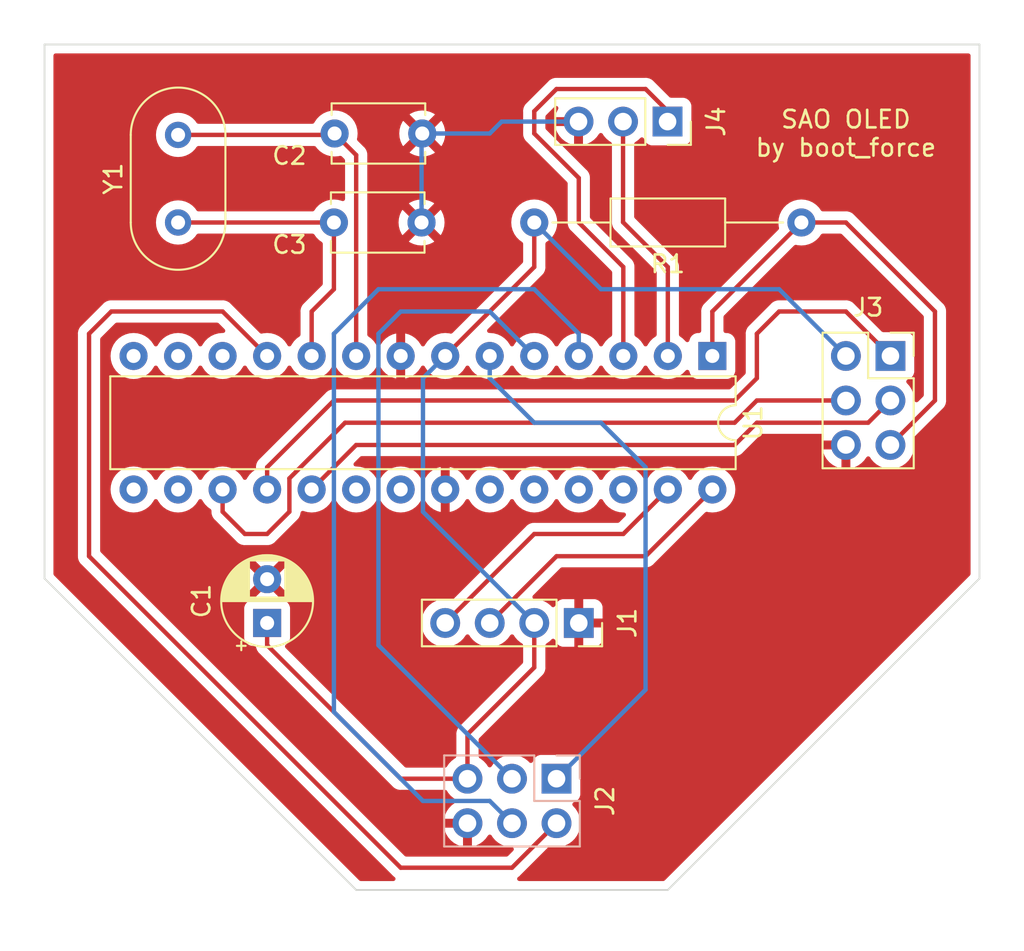
<source format=kicad_pcb>
(kicad_pcb (version 20211014) (generator pcbnew)
  (title_block (title "SAO OLED BADGE") (rev "v01") (comment 4 "Author: boot_force") (comment 9 "Author: boot_force"))
  (layers (0 "F.Cu" signal) (31 "B.Cu" signal) (34 "B.Paste" user) (35 "F.Paste" user) (36 "B.SilkS" user "B.Silkscreen") (37 "F.SilkS" user "F.Silkscreen") (38 "B.Mask" user) (39 "F.Mask" user) (44 "Edge.Cuts" user))
  (net 0 "")
  (net 1 "ISP_VCC")
  (net 2 "GND")
  (net 3 "Net-(C2-Pad1)")
  (net 4 "Net-(C3-Pad1)")
  (net 5 "CPU_SCL")
  (net 6 "CPU_SDA")
  (net 7 "CPU_D4")
  (net 8 "CPU_INT1_D3")
  (net 9 "CPU_INT0_D2")
  (net 10 "CPU_D5")
  (net 11 "CPU_MISO")
  (net 12 "CPU_SCK")
  (net 13 "CPU_MOSI")
  (net 14 "ISP_RESET")
  (net 15 "CPU_TX")
  (net 16 "CPU_RX")
  (footprint "Capacitor_THT:C_Disc_D5.1mm_W3.2mm_P5.00mm" (layer "F.Cu") (at 133.39 86.36)
    (fp_text reference "C2" (at -2.58 1.27) (layer "F.SilkS"))
    (fp_text value "22p")
    (fp_line (start -0.17 -1.721) (end -0.17 -1.055) (layer "F.SilkS") (width 0.12))
    (fp_line (start 5.17 -1.721) (end 5.17 -1.055) (layer "F.SilkS") (width 0.12))
    (fp_line (start 5.17 1.055) (end 5.17 1.721) (layer "F.SilkS") (width 0.12))
    (fp_line (start -0.17 -1.721) (end 5.17 -1.721) (layer "F.SilkS") (width 0.12))
    (fp_line (start -0.17 1.055) (end -0.17 1.721) (layer "F.SilkS") (width 0.12))
    (fp_line (start -0.17 1.721) (end 5.17 1.721) (layer "F.SilkS") (width 0.12))
    (pad "1" thru_hole circle (at 0 0) (size 1.6 1.6) (drill 0.8) (layers *.Cu *.Mask) (net 3 "Net-(C2-Pad1)"))
    (pad "2" thru_hole circle (at 5 0) (size 1.6 1.6) (drill 0.8) (layers *.Cu *.Mask) (net 2 "GND"))
  )
  (footprint "Crystal:Resonator-2Pin_W10.0mm_H5.0mm" (layer "F.Cu") (at 124.46 91.44 90)
    (fp_text reference "Y1" (at 2.5 -3.7 90) (layer "F.SilkS"))
    (fp_text value "16M")
    (fp_line (start 0 -2.7) (end 5 -2.7) (layer "F.SilkS") (width 0.12))
    (fp_line (start 0 2.7) (end 5 2.7) (layer "F.SilkS") (width 0.12))
    (fp_arc (start 5 -2.7) (mid 7.7 0) (end 5 2.7) (layer "F.SilkS") (width 0.12))
    (fp_arc (start 0 2.7) (mid -2.7 0) (end 0 -2.7) (layer "F.SilkS") (width 0.12))
    (pad "1" thru_hole circle (at 0 0 90) (size 1.5 1.5) (drill 0.8) (layers *.Cu *.Mask) (net 4 "Net-(C3-Pad1)"))
    (pad "2" thru_hole circle (at 5 0 90) (size 1.5 1.5) (drill 0.8) (layers *.Cu *.Mask) (net 3 "Net-(C2-Pad1)"))
  )
  (footprint "Connector_PinSocket_2.54mm:PinSocket_1x04_P2.54mm_Vertical" (layer "F.Cu") (at 147.32 114.3 -90)
    (fp_text reference "J1" (at 0 -2.77 90) (layer "F.SilkS"))
    (fp_text value "Conn_01x04_Female")
    (fp_line (start -1.33 1.27) (end 1.33 1.27) (layer "F.SilkS") (width 0.12))
    (fp_line (start 1.33 -1.33) (end 1.33 0) (layer "F.SilkS") (width 0.12))
    (fp_line (start -1.33 1.27) (end -1.33 8.95) (layer "F.SilkS") (width 0.12))
    (fp_line (start -1.33 8.95) (end 1.33 8.95) (layer "F.SilkS") (width 0.12))
    (fp_line (start 0 -1.33) (end 1.33 -1.33) (layer "F.SilkS") (width 0.12))
    (fp_line (start 1.33 1.27) (end 1.33 8.95) (layer "F.SilkS") (width 0.12))
    (pad "1" thru_hole rect (at 0 0 270) (size 1.7 1.7) (drill 1) (layers *.Cu *.Mask) (net 2 "GND"))
    (pad "2" thru_hole oval (at 0 2.54 270) (size 1.7 1.7) (drill 1) (layers *.Cu *.Mask) (net 1 "ISP_VCC"))
    (pad "3" thru_hole oval (at 0 5.08 270) (size 1.7 1.7) (drill 1) (layers *.Cu *.Mask) (net 5 "CPU_SCL"))
    (pad "4" thru_hole oval (at 0 7.62 270) (size 1.7 1.7) (drill 1) (layers *.Cu *.Mask) (net 6 "CPU_SDA"))
  )
  (footprint "Connector_PinSocket_2.54mm:PinSocket_1x03_P2.54mm_Vertical" (layer "F.Cu") (at 152.385 85.68 -90)
    (fp_text reference "J4" (at 0 -2.77 -90) (layer "F.SilkS"))
    (fp_text value "Conn_01x03_Male")
    (fp_line (start -1.33 1.27) (end 1.33 1.27) (layer "F.SilkS") (width 0.12))
    (fp_line (start 1.33 -1.33) (end 1.33 0) (layer "F.SilkS") (width 0.12))
    (fp_line (start 1.33 1.27) (end 1.33 6.41) (layer "F.SilkS") (width 0.12))
    (fp_line (start -1.33 6.41) (end 1.33 6.41) (layer "F.SilkS") (width 0.12))
    (fp_line (start 0 -1.33) (end 1.33 -1.33) (layer "F.SilkS") (width 0.12))
    (fp_line (start -1.33 1.27) (end -1.33 6.41) (layer "F.SilkS") (width 0.12))
    (pad "1" thru_hole rect (at 0 0 270) (size 1.7 1.7) (drill 1) (layers *.Cu *.Mask) (net 15 "CPU_TX"))
    (pad "2" thru_hole oval (at 0 2.54 270) (size 1.7 1.7) (drill 1) (layers *.Cu *.Mask) (net 16 "CPU_RX"))
    (pad "3" thru_hole oval (at 0 5.08 270) (size 1.7 1.7) (drill 1) (layers *.Cu *.Mask) (net 2 "GND"))
  )
  (footprint "Package_DIP:DIP-28_W7.62mm" (layer "F.Cu") (at 154.94 99.06 -90)
    (fp_text reference "U1" (at 3.81 -2.33 90) (layer "F.SilkS"))
    (fp_text value "ATmega328P-P")
    (fp_line (start 1.16 34.35) (end 6.46 34.35) (layer "F.SilkS") (width 0.12))
    (fp_line (start 2.81 -1.33) (end 1.16 -1.33) (layer "F.SilkS") (width 0.12))
    (fp_line (start 6.46 34.35) (end 6.46 -1.33) (layer "F.SilkS") (width 0.12))
    (fp_line (start 1.16 -1.33) (end 1.16 34.35) (layer "F.SilkS") (width 0.12))
    (fp_line (start 6.46 -1.33) (end 4.81 -1.33) (layer "F.SilkS") (width 0.12))
    (fp_arc (start 4.81 -1.33) (mid 3.81 -0.33) (end 2.81 -1.33) (layer "F.SilkS") (width 0.12))
    (pad "1" thru_hole rect (at 0 0 270) (size 1.6 1.6) (drill 0.8) (layers *.Cu *.Mask) (net 14 "ISP_RESET"))
    (pad "2" thru_hole oval (at 0 2.54 270) (size 1.6 1.6) (drill 0.8) (layers *.Cu *.Mask) (net 16 "CPU_RX"))
    (pad "3" thru_hole oval (at 0 5.08 270) (size 1.6 1.6) (drill 0.8) (layers *.Cu *.Mask) (net 15 "CPU_TX"))
    (pad "4" thru_hole oval (at 0 7.62 270) (size 1.6 1.6) (drill 0.8) (layers *.Cu *.Mask) (net 9 "CPU_INT0_D2"))
    (pad "5" thru_hole oval (at 0 10.16 270) (size 1.6 1.6) (drill 0.8) (layers *.Cu *.Mask) (net 8 "CPU_INT1_D3"))
    (pad "6" thru_hole oval (at 0 12.7 270) (size 1.6 1.6) (drill 0.8) (layers *.Cu *.Mask) (net 7 "CPU_D4"))
    (pad "7" thru_hole oval (at 0 15.24 270) (size 1.6 1.6) (drill 0.8) (layers *.Cu *.Mask) (net 1 "ISP_VCC"))
    (pad "8" thru_hole oval (at 0 17.78 270) (size 1.6 1.6) (drill 0.8) (layers *.Cu *.Mask) (net 2 "GND"))
    (pad "9" thru_hole oval (at 0 20.32 270) (size 1.6 1.6) (drill 0.8) (layers *.Cu *.Mask) (net 3 "Net-(C2-Pad1)"))
    (pad "10" thru_hole oval (at 0 22.86 270) (size 1.6 1.6) (drill 0.8) (layers *.Cu *.Mask) (net 4 "Net-(C3-Pad1)"))
    (pad "11" thru_hole oval (at 0 25.4 270) (size 1.6 1.6) (drill 0.8) (layers *.Cu *.Mask) (net 10 "CPU_D5"))
    (pad "12" thru_hole oval (at 0 27.94 270) (size 1.6 1.6) (drill 0.8) (layers *.Cu *.Mask))
    (pad "13" thru_hole oval (at 0 30.48 270) (size 1.6 1.6) (drill 0.8) (layers *.Cu *.Mask))
    (pad "14" thru_hole oval (at 0 33.02 270) (size 1.6 1.6) (drill 0.8) (layers *.Cu *.Mask))
    (pad "15" thru_hole oval (at 7.62 33.02 270) (size 1.6 1.6) (drill 0.8) (layers *.Cu *.Mask))
    (pad "16" thru_hole oval (at 7.62 30.48 270) (size 1.6 1.6) (drill 0.8) (layers *.Cu *.Mask))
    (pad "17" thru_hole oval (at 7.62 27.94 270) (size 1.6 1.6) (drill 0.8) (layers *.Cu *.Mask) (net 13 "CPU_MOSI"))
    (pad "18" thru_hole oval (at 7.62 25.4 270) (size 1.6 1.6) (drill 0.8) (layers *.Cu *.Mask) (net 11 "CPU_MISO"))
    (pad "19" thru_hole oval (at 7.62 22.86 270) (size 1.6 1.6) (drill 0.8) (layers *.Cu *.Mask) (net 12 "CPU_SCK"))
    (pad "20" thru_hole oval (at 7.62 20.32 270) (size 1.6 1.6) (drill 0.8) (layers *.Cu *.Mask))
    (pad "21" thru_hole oval (at 7.62 17.78 270) (size 1.6 1.6) (drill 0.8) (layers *.Cu *.Mask))
    (pad "22" thru_hole oval (at 7.62 15.24 270) (size 1.6 1.6) (drill 0.8) (layers *.Cu *.Mask) (net 2 "GND"))
    (pad "23" thru_hole oval (at 7.62 12.7 270) (size 1.6 1.6) (drill 0.8) (layers *.Cu *.Mask))
    (pad "24" thru_hole oval (at 7.62 10.16 270) (size 1.6 1.6) (drill 0.8) (layers *.Cu *.Mask))
    (pad "25" thru_hole oval (at 7.62 7.62 270) (size 1.6 1.6) (drill 0.8) (layers *.Cu *.Mask))
    (pad "26" thru_hole oval (at 7.62 5.08 270) (size 1.6 1.6) (drill 0.8) (layers *.Cu *.Mask))
    (pad "27" thru_hole oval (at 7.62 2.54 270) (size 1.6 1.6) (drill 0.8) (layers *.Cu *.Mask) (net 6 "CPU_SDA"))
    (pad "28" thru_hole oval (at 7.62 0 270) (size 1.6 1.6) (drill 0.8) (layers *.Cu *.Mask) (net 5 "CPU_SCL"))
  )
  (footprint "Capacitor_THT:CP_Radial_D5.0mm_P2.50mm" (layer "F.Cu") (at 129.54 114.3 90)
    (fp_text reference "C1" (at 1.25 -3.75 90) (layer "F.SilkS"))
    (fp_text value "10u")
    (fp_line (start 2.211 1.04) (end 2.211 2.398) (layer "F.SilkS") (width 0.12))
    (fp_line (start 1.45 -2.573) (end 1.45 2.573) (layer "F.SilkS") (width 0.12))
    (fp_line (start 2.011 -2.468) (end 2.011 -1.04) (layer "F.SilkS") (width 0.12))
    (fp_line (start 3.731 -0.805) (end 3.731 0.805) (layer "F.SilkS") (width 0.12))
    (fp_line (start 3.091 1.04) (end 3.091 1.826) (layer "F.SilkS") (width 0.12))
    (fp_line (start 1.69 -2.543) (end 1.69 -1.04) (layer "F.SilkS") (width 0.12))
    (fp_line (start 2.771 -2.095) (end 2.771 -1.04) (layer "F.SilkS") (width 0.12))
    (fp_line (start 2.651 1.04) (end 2.651 2.175) (layer "F.SilkS") (width 0.12))
    (fp_line (start 3.651 -1.011) (end 3.651 1.011) (layer "F.SilkS") (width 0.12))
    (fp_line (start 2.691 1.04) (end 2.691 2.149) (layer "F.SilkS") (width 0.12))
    (fp_line (start 3.411 -1.443) (end 3.411 -1.04) (layer "F.SilkS") (width 0.12))
    (fp_line (start 1.971 1.04) (end 1.971 2.48) (layer "F.SilkS") (width 0.12))
    (fp_line (start 2.451 1.04) (end 2.451 2.29) (layer "F.SilkS") (width 0.12))
    (fp_line (start 2.651 -2.175) (end 2.651 -1.04) (layer "F.SilkS") (width 0.12))
    (fp_line (start 3.171 -1.743) (end 3.171 -1.04) (layer "F.SilkS") (width 0.12))
    (fp_line (start 1.73 1.04) (end 1.73 2.536) (layer "F.SilkS") (width 0.12))
    (fp_line (start 2.531 1.04) (end 2.531 2.247) (layer "F.SilkS") (width 0.12))
    (fp_line (start 1.89 1.04) (end 1.89 2.501) (layer "F.SilkS") (width 0.12))
    (fp_line (start 3.291 -1.605) (end 3.291 -1.04) (layer "F.SilkS") (width 0.12))
    (fp_line (start 3.331 1.04) (end 3.331 1.554) (layer "F.SilkS") (width 0.12))
    (fp_line (start 2.051 -2.455) (end 2.051 -1.04) (layer "F.SilkS") (width 0.12))
    (fp_line (start 3.251 -1.653) (end 3.251 -1.04) (layer "F.SilkS") (width 0.12))
    (fp_line (start 1.65 1.04) (end 1.65 2.55) (layer "F.SilkS") (width 0.12))
    (fp_line (start 2.291 -2.365) (end 2.291 -1.04) (layer "F.SilkS") (width 0.12))
    (fp_line (start 2.251 1.04) (end 2.251 2.382) (layer "F.SilkS") (width 0.12))
    (fp_line (start 3.491 -1.319) (end 3.491 -1.04) (layer "F.SilkS") (width 0.12))
    (fp_line (start 2.491 -2.268) (end 2.491 -1.04) (layer "F.SilkS") (width 0.12))
    (fp_line (start 2.731 -2.122) (end 2.731 -1.04) (layer "F.SilkS") (width 0.12))
    (fp_line (start 2.571 1.04) (end 2.571 2.224) (layer "F.SilkS") (width 0.12))
    (fp_line (start 2.291 1.04) (end 2.291 2.365) (layer "F.SilkS") (width 0.12))
    (fp_line (start 2.451 -2.29) (end 2.451 -1.04) (layer "F.SilkS") (width 0.12))
    (fp_line (start 1.65 -2.55) (end 1.65 -1.04) (layer "F.SilkS") (width 0.12))
    (fp_line (start 2.131 -2.428) (end 2.131 -1.04) (layer "F.SilkS") (width 0.12))
    (fp_line (start 1.37 -2.578) (end 1.37 2.578) (layer "F.SilkS") (width 0.12))
    (fp_line (start 3.531 1.04) (end 3.531 1.251) (layer "F.SilkS") (width 0.12))
    (fp_line (start 2.051 1.04) (end 2.051 2.455) (layer "F.SilkS") (width 0.12))
    (fp_line (start 1.81 1.04) (end 1.81 2.52) (layer "F.SilkS") (width 0.12))
    (fp_line (start 2.491 1.04) (end 2.491 2.268) (layer "F.SilkS") (width 0.12))
    (fp_line (start 2.211 -2.398) (end 2.211 -1.04) (layer "F.SilkS") (width 0.12))
    (fp_line (start 2.931 1.04) (end 2.931 1.971) (layer "F.SilkS") (width 0.12))
    (fp_line (start 1.49 1.04) (end 1.49 2.569) (layer "F.SilkS") (width 0.12))
    (fp_line (start 3.411 1.04) (end 3.411 1.443) (layer "F.SilkS") (width 0.12))
    (fp_line (start 3.051 1.04) (end 3.051 1.864) (layer "F.SilkS") (width 0.12))
    (fp_line (start 3.251 1.04) (end 3.251 1.653) (layer "F.SilkS") (width 0.12))
    (fp_line (start -1.304775 -1.725) (end -1.304775 -1.225) (layer "F.SilkS") (width 0.12))
    (fp_line (start 3.211 1.04) (end 3.211 1.699) (layer "F.SilkS") (width 0.12))
    (fp_line (start 1.69 1.04) (end 1.69 2.543) (layer "F.SilkS") (width 0.12))
    (fp_line (start 1.49 -2.569) (end 1.49 -1.04) (layer "F.SilkS") (width 0.12))
    (fp_line (start 3.691 -0.915) (end 3.691 0.915) (layer "F.SilkS") (width 0.12))
    (fp_line (start 1.61 -2.556) (end 1.61 -1.04) (layer "F.SilkS") (width 0.12))
    (fp_line (start 3.811 -0.518) (end 3.811 0.518) (layer "F.SilkS") (width 0.12))
    (fp_line (start 3.131 1.04) (end 3.131 1.785) (layer "F.SilkS") (width 0.12))
    (fp_line (start 1.971 -2.48) (end 1.971 -1.04) (layer "F.SilkS") (width 0.12))
    (fp_line (start 3.371 -1.5) (end 3.371 -1.04) (layer "F.SilkS") (width 0.12))
    (fp_line (start 1.41 -2.576) (end 1.41 2.576) (layer "F.SilkS") (width 0.12))
    (fp_line (start 3.211 -1.699) (end 3.211 -1.04) (layer "F.SilkS") (width 0.12))
    (fp_line (start 3.611 -1.098) (end 3.611 1.098) (layer "F.SilkS") (width 0.12))
    (fp_line (start 2.531 -2.247) (end 2.531 -1.04) (layer "F.SilkS") (width 0.12))
    (fp_line (start 3.331 -1.554) (end 3.331 -1.04) (layer "F.SilkS") (width 0.12))
    (fp_line (start 3.371 1.04) (end 3.371 1.5) (layer "F.SilkS") (width 0.12))
    (fp_line (start 1.57 1.04) (end 1.57 2.561) (layer "F.SilkS") (width 0.12))
    (fp_line (start 2.811 1.04) (end 2.811 2.065) (layer "F.SilkS") (width 0.12))
    (fp_line (start 1.61 1.04) (end 1.61 2.556) (layer "F.SilkS") (width 0.12))
    (fp_line (start 2.331 -2.348) (end 2.331 -1.04) (layer "F.SilkS") (width 0.12))
    (fp_line (start 3.451 -1.383) (end 3.451 -1.04) (layer "F.SilkS") (width 0.12))
    (fp_line (start 3.451 1.04) (end 3.451 1.383) (layer "F.SilkS") (width 0.12))
    (fp_line (start 2.811 -2.065) (end 2.811 -1.04) (layer "F.SilkS") (width 0.12))
    (fp_line (start 3.051 -1.864) (end 3.051 -1.04) (layer "F.SilkS") (width 0.12))
    (fp_line (start 3.771 -0.677) (end 3.771 0.677) (layer "F.SilkS") (width 0.12))
    (fp_line (start 1.53 1.04) (end 1.53 2.565) (layer "F.SilkS") (width 0.12))
    (fp_line (start 2.411 -2.31) (end 2.411 -1.04) (layer "F.SilkS") (width 0.12))
    (fp_line (start 2.251 -2.382) (end 2.251 -1.04) (layer "F.SilkS") (width 0.12))
    (fp_line (start 1.89 -2.501) (end 1.89 -1.04) (layer "F.SilkS") (width 0.12))
    (fp_line (start 2.411 1.04) (end 2.411 2.31) (layer "F.SilkS") (width 0.12))
    (fp_line (start 3.851 -0.284) (end 3.851 0.284) (layer "F.SilkS") (width 0.12))
    (fp_line (start -1.554775 -1.475) (end -1.054775 -1.475) (layer "F.SilkS") (width 0.12))
    (fp_line (start 2.091 1.04) (end 2.091 2.442) (layer "F.SilkS") (width 0.12))
    (fp_line (start 2.611 1.04) (end 2.611 2.2) (layer "F.SilkS") (width 0.12))
    (fp_line (start 2.931 -1.971) (end 2.931 -1.04) (layer "F.SilkS") (width 0.12))
    (fp_line (start 1.29 -2.58) (end 1.29 2.58) (layer "F.SilkS") (width 0.12))
    (fp_line (start 1.25 -2.58) (end 1.25 2.58) (layer "F.SilkS") (width 0.12))
    (fp_line (start 2.611 -2.2) (end 2.611 -1.04) (layer "F.SilkS") (width 0.12))
    (fp_line (start 2.171 1.04) (end 2.171 2.414) (layer "F.SilkS") (width 0.12))
    (fp_line (start 1.33 -2.579) (end 1.33 2.579) (layer "F.SilkS") (width 0.12))
    (fp_line (start 2.171 -2.414) (end 2.171 -1.04) (layer "F.SilkS") (width 0.12))
    (fp_line (start 2.971 1.04) (end 2.971 1.937) (layer "F.SilkS") (width 0.12))
    (fp_line (start 2.971 -1.937) (end 2.971 -1.04) (layer "F.SilkS") (width 0.12))
    (fp_line (start 3.571 -1.178) (end 3.571 1.178) (layer "F.SilkS") (width 0.12))
    (fp_line (start 1.57 -2.561) (end 1.57 -1.04) (layer "F.SilkS") (width 0.12))
    (fp_line (start 1.85 -2.511) (end 1.85 -1.04) (layer "F.SilkS") (width 0.12))
    (fp_line (start 3.291 1.04) (end 3.291 1.605) (layer "F.SilkS") (width 0.12))
    (fp_line (start 2.891 1.04) (end 2.891 2.004) (layer "F.SilkS") (width 0.12))
    (fp_line (start 1.93 -2.491) (end 1.93 -1.04) (layer "F.SilkS") (width 0.12))
    (fp_line (start 2.131 1.04) (end 2.131 2.428) (layer "F.SilkS") (width 0.12))
    (fp_line (start 2.331 1.04) (end 2.331 2.348) (layer "F.SilkS") (width 0.12))
    (fp_line (start 2.851 1.04) (end 2.851 2.035) (layer "F.SilkS") (width 0.12))
    (fp_line (start 3.531 -1.251) (end 3.531 -1.04) (layer "F.SilkS") (width 0.12))
    (fp_line (start 2.571 -2.224) (end 2.571 -1.04) (layer "F.SilkS") (width 0.12))
    (fp_line (start 3.131 -1.785) (end 3.131 -1.04) (layer "F.SilkS") (width 0.12))
    (fp_line (start 2.691 -2.149) (end 2.691 -1.04) (layer "F.SilkS") (width 0.12))
    (fp_line (start 2.891 -2.004) (end 2.891 -1.04) (layer "F.SilkS") (width 0.12))
    (fp_line (start 3.091 -1.826) (end 3.091 -1.04) (layer "F.SilkS") (width 0.12))
    (fp_line (start 2.851 -2.035) (end 2.851 -1.04) (layer "F.SilkS") (width 0.12))
    (fp_line (start 1.73 -2.536) (end 1.73 -1.04) (layer "F.SilkS") (width 0.12))
    (fp_line (start 1.93 1.04) (end 1.93 2.491) (layer "F.SilkS") (width 0.12))
    (fp_line (start 2.011 1.04) (end 2.011 2.468) (layer "F.SilkS") (width 0.12))
    (fp_line (start 2.091 -2.442) (end 2.091 -1.04) (layer "F.SilkS") (width 0.12))
    (fp_line (start 3.011 1.04) (end 3.011 1.901) (layer "F.SilkS") (width 0.12))
    (fp_line (start 3.491 1.04) (end 3.491 1.319) (layer "F.SilkS") (width 0.12))
    (fp_line (start 2.371 1.04) (end 2.371 2.329) (layer "F.SilkS") (width 0.12))
    (fp_line (start 2.731 1.04) (end 2.731 2.122) (layer "F.SilkS") (width 0.12))
    (fp_line (start 1.77 1.04) (end 1.77 2.528) (layer "F.SilkS") (width 0.12))
    (fp_line (start 2.371 -2.329) (end 2.371 -1.04) (layer "F.SilkS") (width 0.12))
    (fp_line (start 3.011 -1.901) (end 3.011 -1.04) (layer "F.SilkS") (width 0.12))
    (fp_line (start 1.81 -2.52) (end 1.81 -1.04) (layer "F.SilkS") (width 0.12))
    (fp_line (start 2.771 1.04) (end 2.771 2.095) (layer "F.SilkS") (width 0.12))
    (fp_line (start 1.77 -2.528) (end 1.77 -1.04) (layer "F.SilkS") (width 0.12))
    (fp_line (start 1.85 1.04) (end 1.85 2.511) (layer "F.SilkS") (width 0.12))
    (fp_line (start 1.53 -2.565) (end 1.53 -1.04) (layer "F.SilkS") (width 0.12))
    (fp_line (start 3.171 1.04) (end 3.171 1.743) (layer "F.SilkS") (width 0.12))
    (fp_circle (center 1.25 0) (end 3.87 0) (layer "F.SilkS") (width 0.12) (fill none))
    (pad "1" thru_hole rect (at 0 0 90) (size 1.6 1.6) (drill 0.8) (layers *.Cu *.Mask) (net 1 "ISP_VCC"))
    (pad "2" thru_hole circle (at 2.5 0 90) (size 1.6 1.6) (drill 0.8) (layers *.Cu *.Mask) (net 2 "GND"))
  )
  (footprint "Capacitor_THT:C_Disc_D5.1mm_W3.2mm_P5.00mm" (layer "F.Cu") (at 133.35 91.44)
    (fp_text reference "C3" (at -2.54 1.27) (layer "F.SilkS"))
    (fp_text value "22p")
    (fp_line (start -0.17 -1.721) (end -0.17 -1.055) (layer "F.SilkS") (width 0.12))
    (fp_line (start 5.17 1.055) (end 5.17 1.721) (layer "F.SilkS") (width 0.12))
    (fp_line (start -0.17 1.721) (end 5.17 1.721) (layer "F.SilkS") (width 0.12))
    (fp_line (start -0.17 -1.721) (end 5.17 -1.721) (layer "F.SilkS") (width 0.12))
    (fp_line (start -0.17 1.055) (end -0.17 1.721) (layer "F.SilkS") (width 0.12))
    (fp_line (start 5.17 -1.721) (end 5.17 -1.055) (layer "F.SilkS") (width 0.12))
    (pad "1" thru_hole circle (at 0 0) (size 1.6 1.6) (drill 0.8) (layers *.Cu *.Mask) (net 4 "Net-(C3-Pad1)"))
    (pad "2" thru_hole circle (at 5 0) (size 1.6 1.6) (drill 0.8) (layers *.Cu *.Mask) (net 2 "GND"))
  )
  (footprint "Resistor_THT:R_Axial_DIN0207_L6.3mm_D2.5mm_P15.24mm_Horizontal" (layer "F.Cu") (at 160.02 91.44 180)
    (fp_text reference "R1" (at 7.62 -2.37) (layer "F.SilkS"))
    (fp_text value "10k")
    (fp_line (start 10.89 -1.37) (end 4.35 -1.37) (layer "F.SilkS") (width 0.12))
    (fp_line (start 4.35 1.37) (end 10.89 1.37) (layer "F.SilkS") (width 0.12))
    (fp_line (start 4.35 -1.37) (end 4.35 1.37) (layer "F.SilkS") (width 0.12))
    (fp_line (start 14.2 0) (end 10.89 0) (layer "F.SilkS") (width 0.12))
    (fp_line (start 10.89 1.37) (end 10.89 -1.37) (layer "F.SilkS") (width 0.12))
    (fp_line (start 1.04 0) (end 4.35 0) (layer "F.SilkS") (width 0.12))
    (pad "1" thru_hole circle (at 0 0 180) (size 1.6 1.6) (drill 0.8) (layers *.Cu *.Mask) (net 14 "ISP_RESET"))
    (pad "2" thru_hole oval (at 15.24 0 180) (size 1.6 1.6) (drill 0.8) (layers *.Cu *.Mask) (net 1 "ISP_VCC"))
  )
  (footprint "Connector_PinSocket_2.54mm:PinSocket_2x03_P2.54mm_Vertical" (layer "F.Cu") (at 165.1 99.06)
    (fp_text reference "J3" (at -1.27 -2.77) (layer "F.SilkS"))
    (fp_text value "Conn_02x03_Odd_Even")
    (fp_line (start -3.87 6.41) (end 1.33 6.41) (layer "F.SilkS") (width 0.12))
    (fp_line (start 1.33 1.27) (end 1.33 6.41) (layer "F.SilkS") (width 0.12))
    (fp_line (start -3.87 -1.33) (end -3.87 6.41) (layer "F.SilkS") (width 0.12))
    (fp_line (start -3.87 -1.33) (end -1.27 -1.33) (layer "F.SilkS") (width 0.12))
    (fp_line (start 0 -1.33) (end 1.33 -1.33) (layer "F.SilkS") (width 0.12))
    (fp_line (start -1.27 -1.33) (end -1.27 1.27) (layer "F.SilkS") (width 0.12))
    (fp_line (start -1.27 1.27) (end 1.33 1.27) (layer "F.SilkS") (width 0.12))
    (fp_line (start 1.33 -1.33) (end 1.33 0) (layer "F.SilkS") (width 0.12))
    (pad "1" thru_hole rect (at 0 0) (size 1.7 1.7) (drill 1) (layers *.Cu *.Mask) (net 11 "CPU_MISO"))
    (pad "2" thru_hole oval (at -2.54 0) (size 1.7 1.7) (drill 1) (layers *.Cu *.Mask) (net 1 "ISP_VCC"))
    (pad "3" thru_hole oval (at 0 2.54) (size 1.7 1.7) (drill 1) (layers *.Cu *.Mask) (net 12 "CPU_SCK"))
    (pad "4" thru_hole oval (at -2.54 2.54) (size 1.7 1.7) (drill 1) (layers *.Cu *.Mask) (net 13 "CPU_MOSI"))
    (pad "5" thru_hole oval (at 0 5.08) (size 1.7 1.7) (drill 1) (layers *.Cu *.Mask) (net 14 "ISP_RESET"))
    (pad "6" thru_hole oval (at -2.54 5.08) (size 1.7 1.7) (drill 1) (layers *.Cu *.Mask) (net 2 "GND"))
  )
  (footprint "Connector_PinSocket_2.54mm:PinSocket_2x03_P2.54mm_Vertical" (layer "B.Cu") (at 146.05 123.19 90)
    (fp_text reference "J2" (at -1.27 2.77 90) (layer "F.SilkS"))
    (fp_text value "Conn_02x03_Odd_Even")
    (fp_line (start 1.33 -1.27) (end 1.33 -6.41) (layer "B.SilkS") (width 0.12))
    (fp_line (start -3.87 1.33) (end -3.87 -6.41) (layer "B.SilkS") (width 0.12))
    (fp_line (start -3.87 1.33) (end -1.27 1.33) (layer "B.SilkS") (width 0.12))
    (fp_line (start -3.87 -6.41) (end 1.33 -6.41) (layer "B.SilkS") (width 0.12))
    (fp_line (start -1.27 1.33) (end -1.27 -1.27) (layer "B.SilkS") (width 0.12))
    (fp_line (start 1.33 1.33) (end 1.33 0) (layer "B.SilkS") (width 0.12))
    (fp_line (start 0 1.33) (end 1.33 1.33) (layer "B.SilkS") (width 0.12))
    (fp_line (start -1.27 -1.27) (end 1.33 -1.27) (layer "B.SilkS") (width 0.12))
    (pad "1" thru_hole rect (at 0 0 90) (size 1.7 1.7) (drill 1) (layers *.Cu *.Mask) (net 7 "CPU_D4"))
    (pad "2" thru_hole oval (at -2.54 0 90) (size 1.7 1.7) (drill 1) (layers *.Cu *.Mask) (net 10 "CPU_D5"))
    (pad "3" thru_hole oval (at 0 -2.54 90) (size 1.7 1.7) (drill 1) (layers *.Cu *.Mask) (net 8 "CPU_INT1_D3"))
    (pad "4" thru_hole oval (at -2.54 -2.54 90) (size 1.7 1.7) (drill 1) (layers *.Cu *.Mask) (net 9 "CPU_INT0_D2"))
    (pad "5" thru_hole oval (at 0 -5.08 90) (size 1.7 1.7) (drill 1) (layers *.Cu *.Mask) (net 1 "ISP_VCC"))
    (pad "6" thru_hole oval (at -2.54 -5.08 90) (size 1.7 1.7) (drill 1) (layers *.Cu *.Mask) (net 2 "GND"))
  )
  (gr_line (start 116.84 81.28) (end 116.84 111.76) (layer "Edge.Cuts") (width 0.1))
  (gr_line (start 170.18 81.28) (end 116.84 81.28) (layer "Edge.Cuts") (width 0.1))
  (gr_line (start 170.18 111.76) (end 152.4 129.54) (layer "Edge.Cuts") (width 0.1))
  (gr_line (start 170.18 111.76) (end 170.18 81.28) (layer "Edge.Cuts") (width 0.1))
  (gr_line (start 134.62 129.54) (end 152.4 129.54) (layer "Edge.Cuts") (width 0.1))
  (gr_line (start 116.84 111.76) (end 134.62 129.54) (layer "Edge.Cuts") (width 0.1))
  (gr_text "SAO OLED\nby boot_force" (at 162.56 86.36) (layer "F.SilkS") (effects (font (size 1 1))))
  (segment (start 144.78 116.84) (end 144.78 114.3) (width 0.25) (layer "F.Cu") (net 1))
  (segment (start 129.54 114.3) (end 129.54 115.57) (width 0.25) (layer "F.Cu") (net 1))
  (segment (start 144.78 93.98) (end 139.7 99.06) (width 0.25) (layer "F.Cu") (net 1))
  (segment (start 144.78 91.44) (end 144.78 93.98) (width 0.25) (layer "F.Cu") (net 1))
  (segment (start 140.97 123.19) (end 140.97 120.65) (width 0.25) (layer "F.Cu") (net 1))
  (segment (start 140.97 120.65) (end 144.78 116.84) (width 0.25) (layer "F.Cu") (net 1))
  (segment (start 137.16 123.19) (end 140.97 123.19) (width 0.25) (layer "F.Cu") (net 1))
  (segment (start 129.54 115.57) (end 137.16 123.19) (width 0.25) (layer "F.Cu") (net 1))
  (segment (start 158.75 95.25) (end 162.56 99.06) (width 0.25) (layer "B.Cu") (net 1))
  (segment (start 138.43 107.95) (end 138.43 100.33) (width 0.25) (layer "B.Cu") (net 1))
  (segment (start 138.43 100.33) (end 139.7 99.06) (width 0.25) (layer "B.Cu") (net 1))
  (segment (start 144.78 91.44) (end 148.59 95.25) (width 0.25) (layer "B.Cu") (net 1))
  (segment (start 148.59 95.25) (end 158.75 95.25) (width 0.25) (layer "B.Cu") (net 1))
  (segment (start 144.78 114.3) (end 138.43 107.95) (width 0.25) (layer "B.Cu") (net 1))
  (segment (start 142.24 86.36) (end 138.39 86.36) (width 0.25) (layer "B.Cu") (net 2))
  (segment (start 138.35 91.44) (end 138.35 86.4) (width 0.25) (layer "B.Cu") (net 2))
  (segment (start 142.92 85.68) (end 142.24 86.36) (width 0.25) (layer "B.Cu") (net 2))
  (segment (start 147.305 85.68) (end 142.92 85.68) (width 0.25) (layer "B.Cu") (net 2))
  (segment (start 138.35 86.4) (end 138.39 86.36) (width 0.25) (layer "B.Cu") (net 2))
  (segment (start 133.39 86.36) (end 134.62 87.59) (width 0.25) (layer "F.Cu") (net 3))
  (segment (start 133.31 86.44) (end 133.39 86.36) (width 0.25) (layer "F.Cu") (net 3))
  (segment (start 124.46 86.44) (end 133.31 86.44) (width 0.25) (layer "F.Cu") (net 3))
  (segment (start 134.62 87.59) (end 134.62 99.06) (width 0.25) (layer "F.Cu") (net 3))
  (segment (start 133.35 95.25) (end 133.35 91.44) (width 0.25) (layer "F.Cu") (net 4))
  (segment (start 132.08 99.06) (end 132.08 96.52) (width 0.25) (layer "F.Cu") (net 4))
  (segment (start 124.46 91.44) (end 133.35 91.44) (width 0.25) (layer "F.Cu") (net 4))
  (segment (start 132.08 96.52) (end 133.35 95.25) (width 0.25) (layer "F.Cu") (net 4))
  (segment (start 146.05 110.49) (end 151.13 110.49) (width 0.25) (layer "F.Cu") (net 5))
  (segment (start 151.13 110.49) (end 154.94 106.68) (width 0.25) (layer "F.Cu") (net 5))
  (segment (start 142.24 114.3) (end 146.05 110.49) (width 0.25) (layer "F.Cu") (net 5))
  (segment (start 144.78 109.22) (end 149.86 109.22) (width 0.25) (layer "F.Cu") (net 6))
  (segment (start 149.86 109.22) (end 152.4 106.68) (width 0.25) (layer "F.Cu") (net 6))
  (segment (start 139.7 114.3) (end 144.78 109.22) (width 0.25) (layer "F.Cu") (net 6))
  (segment (start 146.05 123.19) (end 151.13 118.11) (width 0.25) (layer "B.Cu") (net 7))
  (segment (start 142.24 100.33) (end 142.24 99.06) (width 0.25) (layer "B.Cu") (net 7))
  (segment (start 144.78 102.87) (end 142.24 100.33) (width 0.25) (layer "B.Cu") (net 7))
  (segment (start 151.13 105.41) (end 148.59 102.87) (width 0.25) (layer "B.Cu") (net 7))
  (segment (start 148.59 102.87) (end 144.78 102.87) (width 0.25) (layer "B.Cu") (net 7))
  (segment (start 151.13 118.11) (end 151.13 105.41) (width 0.25) (layer "B.Cu") (net 7))
  (segment (start 142.24 96.52) (end 144.78 99.06) (width 0.25) (layer "B.Cu") (net 8))
  (segment (start 135.89 97.79) (end 137.16 96.52) (width 0.25) (layer "B.Cu") (net 8))
  (segment (start 143.51 123.19) (end 135.89 115.57) (width 0.25) (layer "B.Cu") (net 8))
  (segment (start 135.89 115.57) (end 135.89 97.79) (width 0.25) (layer "B.Cu") (net 8))
  (segment (start 137.16 96.52) (end 142.24 96.52) (width 0.25) (layer "B.Cu") (net 8))
  (segment (start 133.35 119.38) (end 138.43 124.46) (width 0.25) (layer "B.Cu") (net 9))
  (segment (start 138.43 124.46) (end 142.24 124.46) (width 0.25) (layer "B.Cu") (net 9))
  (segment (start 147.32 97.79) (end 144.78 95.25) (width 0.25) (layer "B.Cu") (net 9))
  (segment (start 142.24 124.46) (end 143.51 125.73) (width 0.25) (layer "B.Cu") (net 9))
  (segment (start 144.78 95.25) (end 135.89 95.25) (width 0.25) (layer "B.Cu") (net 9))
  (segment (start 133.35 97.79) (end 133.35 119.38) (width 0.25) (layer "B.Cu") (net 9))
  (segment (start 135.89 95.25) (end 133.35 97.79) (width 0.25) (layer "B.Cu") (net 9))
  (segment (start 147.32 99.06) (end 147.32 97.79) (width 0.25) (layer "B.Cu") (net 9))
  (segment (start 137.16 128.27) (end 119.38 110.49) (width 0.25) (layer "F.Cu") (net 10))
  (segment (start 119.38 110.49) (end 119.38 97.79) (width 0.25) (layer "F.Cu") (net 10))
  (segment (start 127 96.52) (end 129.54 99.06) (width 0.25) (layer "F.Cu") (net 10))
  (segment (start 120.65 96.52) (end 127 96.52) (width 0.25) (layer "F.Cu") (net 10))
  (segment (start 146.05 125.73) (end 143.51 128.27) (width 0.25) (layer "F.Cu") (net 10))
  (segment (start 119.38 97.79) (end 120.65 96.52) (width 0.25) (layer "F.Cu") (net 10))
  (segment (start 143.51 128.27) (end 137.16 128.27) (width 0.25) (layer "F.Cu") (net 10))
  (segment (start 165.1 99.06) (end 162.56 96.52) (width 0.25) (layer "F.Cu") (net 11))
  (segment (start 157.48 97.79) (end 157.48 100.33) (width 0.25) (layer "F.Cu") (net 11))
  (segment (start 156.21 101.6) (end 133.35 101.6) (width 0.25) (layer "F.Cu") (net 11))
  (segment (start 158.75 96.52) (end 157.48 97.79) (width 0.25) (layer "F.Cu") (net 11))
  (segment (start 162.56 96.52) (end 158.75 96.52) (width 0.25) (layer "F.Cu") (net 11))
  (segment (start 129.54 105.41) (end 129.54 106.68) (width 0.25) (layer "F.Cu") (net 11))
  (segment (start 157.48 100.33) (end 156.21 101.6) (width 0.25) (layer "F.Cu") (net 11))
  (segment (start 133.35 101.6) (end 129.54 105.41) (width 0.25) (layer "F.Cu") (net 11))
  (segment (start 134.62 104.14) (end 156.21 104.14) (width 0.25) (layer "F.Cu") (net 12))
  (segment (start 163.83 102.87) (end 165.1 101.6) (width 0.25) (layer "F.Cu") (net 12))
  (segment (start 156.21 104.14) (end 157.48 102.87) (width 0.25) (layer "F.Cu") (net 12))
  (segment (start 132.08 106.68) (end 134.62 104.14) (width 0.25) (layer "F.Cu") (net 12))
  (segment (start 157.48 102.87) (end 163.83 102.87) (width 0.25) (layer "F.Cu") (net 12))
  (segment (start 130.81 107.95) (end 130.81 106.045718) (width 0.25) (layer "F.Cu") (net 13))
  (segment (start 127 106.68) (end 127 107.95) (width 0.25) (layer "F.Cu") (net 13))
  (segment (start 156.21 102.87) (end 157.48 101.6) (width 0.25) (layer "F.Cu") (net 13))
  (segment (start 129.54 109.22) (end 130.81 107.95) (width 0.25) (layer "F.Cu") (net 13))
  (segment (start 157.48 101.6) (end 162.56 101.6) (width 0.25) (layer "F.Cu") (net 13))
  (segment (start 127 107.95) (end 128.27 109.22) (width 0.25) (layer "F.Cu") (net 13))
  (segment (start 128.27 109.22) (end 129.54 109.22) (width 0.25) (layer "F.Cu") (net 13))
  (segment (start 130.81 106.045718) (end 133.985718 102.87) (width 0.25) (layer "F.Cu") (net 13))
  (segment (start 133.985718 102.87) (end 156.21 102.87) (width 0.25) (layer "F.Cu") (net 13))
  (segment (start 167.64 96.52) (end 162.56 91.44) (width 0.25) (layer "F.Cu") (net 14))
  (segment (start 162.56 91.44) (end 160.02 91.44) (width 0.25) (layer "F.Cu") (net 14))
  (segment (start 154.94 96.52) (end 160.02 91.44) (width 0.25) (layer "F.Cu") (net 14))
  (segment (start 167.64 101.6) (end 167.64 96.52) (width 0.25) (layer "F.Cu") (net 14))
  (segment (start 154.94 99.06) (end 154.94 96.52) (width 0.25) (layer "F.Cu") (net 14))
  (segment (start 165.1 104.14) (end 167.64 101.6) (width 0.25) (layer "F.Cu") (net 14))
  (segment (start 146.05 83.82) (end 151.13 83.82) (width 0.25) (layer "F.Cu") (net 15))
  (segment (start 149.86 93.98) (end 147.32 91.44) (width 0.25) (layer "F.Cu") (net 15))
  (segment (start 147.32 91.44) (end 147.32 88.9) (width 0.25) (layer "F.Cu") (net 15))
  (segment (start 149.86 99.06) (end 149.86 93.98) (width 0.25) (layer "F.Cu") (net 15))
  (segment (start 151.13 83.82) (end 152.385 85.075) (width 0.25) (layer "F.Cu") (net 15))
  (segment (start 144.78 86.36) (end 144.78 85.09) (width 0.25) (layer "F.Cu") (net 15))
  (segment (start 144.78 85.09) (end 146.05 83.82) (width 0.25) (layer "F.Cu") (net 15))
  (segment (start 152.385 85.075) (end 152.385 85.68) (width 0.25) (layer "F.Cu") (net 15))
  (segment (start 147.32 88.9) (end 144.78 86.36) (width 0.25) (layer "F.Cu") (net 15))
  (segment (start 152.4 99.06) (end 152.4 93.98) (width 0.25) (layer "F.Cu") (net 16))
  (segment (start 152.4 93.98) (end 149.845 91.425) (width 0.25) (layer "F.Cu") (net 16))
  (segment (start 149.845 91.425) (end 149.845 85.68) (width 0.25) (layer "F.Cu") (net 16))
  (zone (net 2) (net_name "GND") (layer "F.Cu") (connect_pads (clearance 0.508)) (min_thickness 0.254) (fill yes (thermal_gap 0.508) (thermal_bridge_width 0.508))
    (polygon (pts (xy 172.72 114.3) (xy 153.67 132.08) (xy 133.35 132.08) (xy 114.3 111.76) (xy 114.3 78.74) (xy 172.72 78.74)))
  )
)
</source>
